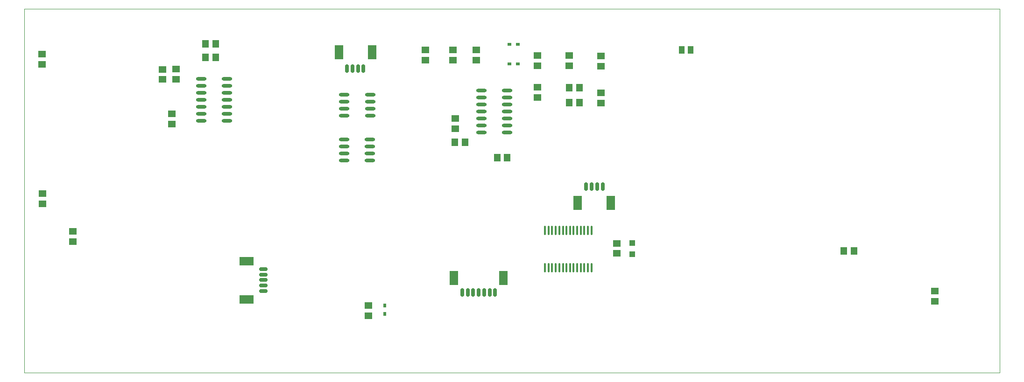
<source format=gtp>
%FSTAX23Y23*%
%MOIN*%
%SFA1B1*%

%IPPOS*%
%AMD10*
4,1,8,0.005900,0.030500,-0.005900,0.030500,-0.011800,0.024600,-0.011800,-0.024600,-0.005900,-0.030500,0.005900,-0.030500,0.011800,-0.024600,0.011800,0.024600,0.005900,0.030500,0.0*
1,1,0.011820,0.005900,0.024600*
1,1,0.011820,-0.005900,0.024600*
1,1,0.011820,-0.005900,-0.024600*
1,1,0.011820,0.005900,-0.024600*
%
%AMD15*
4,1,8,0.030500,-0.005900,0.030500,0.005900,0.024600,0.011800,-0.024600,0.011800,-0.030500,0.005900,-0.030500,-0.005900,-0.024600,-0.011800,0.024600,-0.011800,0.030500,-0.005900,0.0*
1,1,0.011820,0.024600,-0.005900*
1,1,0.011820,0.024600,0.005900*
1,1,0.011820,-0.024600,0.005900*
1,1,0.011820,-0.024600,-0.005900*
%
G04~CAMADD=10~8~0.0~0.0~236.2~610.2~59.1~0.0~15~0.0~0.0~0.0~0.0~0~0.0~0.0~0.0~0.0~0~0.0~0.0~0.0~0.0~236.2~610.2*
%ADD10D10*%
%ADD11R,0.059060X0.098430*%
%ADD12O,0.074800X0.023620*%
%ADD13O,0.013780X0.070870*%
%ADD14R,0.098430X0.059060*%
G04~CAMADD=15~8~0.0~0.0~236.2~610.2~59.1~0.0~15~0.0~0.0~0.0~0.0~0~0.0~0.0~0.0~0.0~0~0.0~0.0~0.0~270.0~610.0~236.0*
%ADD15D15*%
%ADD16R,0.039370X0.053150*%
%ADD17R,0.041340X0.043310*%
%ADD18R,0.031500X0.019690*%
%ADD19R,0.019690X0.031500*%
%ADD20R,0.047240X0.053150*%
%ADD21R,0.053150X0.047240*%
%ADD22R,0.057090X0.045280*%
%ADD23R,0.045280X0.057090*%
%ADD33C,0.001000*%
%LNcareboard_smd_ordered_6.29-1*%
%LPD*%
G54D10*
X0336Y00575D03*
X03125D03*
X03164D03*
X03203D03*
X03243D03*
X03282D03*
X03321D03*
X04128Y0133D03*
X04089D03*
X04049D03*
X0401D03*
X02302Y02176D03*
X02341D03*
X02381D03*
X0242D03*
G54D11*
X03419Y00678D03*
X03066D03*
X04186Y01215D03*
X03949D03*
X02244Y02291D03*
X02481D03*
G54D12*
X02283Y01989D03*
Y01939D03*
Y01889D03*
Y01839D03*
X02468Y01989D03*
Y01939D03*
Y01889D03*
Y01839D03*
X01261Y021D03*
Y0205D03*
Y02D03*
Y0195D03*
Y019D03*
Y0185D03*
Y018D03*
X01446Y021D03*
Y0205D03*
Y02D03*
Y0195D03*
Y019D03*
Y0185D03*
Y018D03*
X03261Y02017D03*
Y01967D03*
Y01917D03*
Y01867D03*
Y01817D03*
Y01767D03*
Y01717D03*
X03446Y02017D03*
Y01967D03*
Y01917D03*
Y01867D03*
Y01817D03*
Y01767D03*
Y01717D03*
X02281Y01667D03*
Y01617D03*
Y01567D03*
Y01517D03*
X02467Y01667D03*
Y01617D03*
Y01567D03*
Y01517D03*
G54D13*
X04048Y01019D03*
X04023D03*
X03997D03*
X03972D03*
X03946D03*
X0392D03*
X03895D03*
X03869D03*
X03844D03*
X03818D03*
X03792D03*
X03767D03*
X03741D03*
X03716D03*
X04048Y00752D03*
X04023D03*
X03997D03*
X03972D03*
X03946D03*
X0392D03*
X03895D03*
X03869D03*
X03844D03*
X03818D03*
X03792D03*
X03767D03*
X03741D03*
X03716D03*
G54D14*
X01587Y00524D03*
Y00797D03*
G54D15*
X01705Y00741D03*
Y00585D03*
Y00624D03*
Y00663D03*
Y00702D03*
G54D16*
X04754Y02307D03*
X04692D03*
G54D17*
X0434Y00849D03*
Y00928D03*
G54D18*
X03523Y02208D03*
X03463D03*
X03523Y02347D03*
X03463D03*
G54D19*
X02571Y0042D03*
Y0048D03*
G54D20*
X05849Y0087D03*
X05921D03*
X01292Y02254D03*
X01365D03*
X01292Y02352D03*
X01365D03*
X03374Y01538D03*
X03446D03*
X03888Y0193D03*
X03961D03*
G54D21*
X06499Y00584D03*
Y00512D03*
X00984Y02097D03*
Y02169D03*
X02862Y02236D03*
Y02309D03*
X04115Y01929D03*
Y02002D03*
X03888Y02194D03*
Y02267D03*
X03663Y0204D03*
Y01967D03*
Y02194D03*
Y02267D03*
X02457Y00482D03*
Y00409D03*
X00127Y02205D03*
Y02278D03*
X00129Y01282D03*
Y01209D03*
X00347Y00938D03*
Y01011D03*
G54D22*
X01081Y02172D03*
Y02099D03*
X01052Y01777D03*
Y0185D03*
X03224Y02236D03*
Y02309D03*
X03059Y02236D03*
Y02309D03*
X03074Y01819D03*
Y01746D03*
X04115Y02192D03*
Y02265D03*
X0423Y00926D03*
Y00853D03*
G54D23*
X03072Y01649D03*
X03145D03*
X03888Y02039D03*
X03961D03*
G54D33*
X06963Y0D02*
Y026D01*
X0D02*
X06963D01*
X0Y0D02*
X06963D01*
X0D02*
Y026D01*
M02*
</source>
